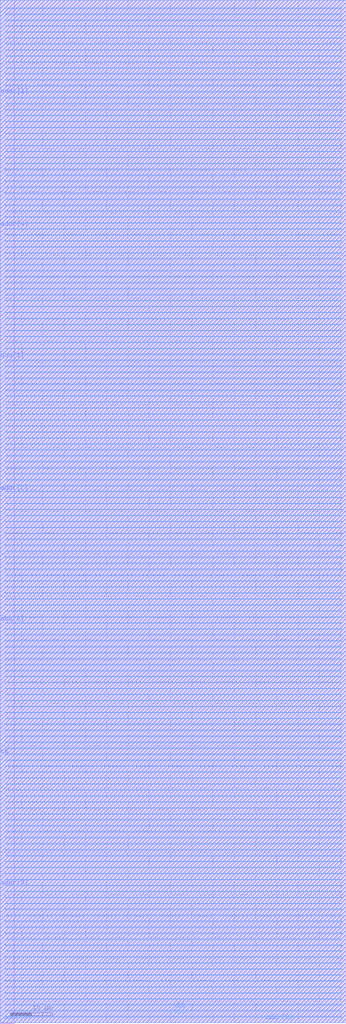
<source format=lef>
VERSION 5.8 ;
BUSBITCHARS "[]" ;
DIVIDERCHAR "/" ;
UNITS
    DATABASE MICRONS 2000 ;
END UNITS

MACRO macro_11x2
  FOREIGN macro_11x2 0 0 ;
  CLASS BLOCK ;
  SIZE 81.285 BY 239.85 ;
  PIN VSS
    USE GROUND ;
    DIRECTION INOUT ;
    PORT
      LAYER metal4 ;
        RECT  1.14 236.515 80.18 236.685 ;
        RECT  1.14 233.715 80.18 233.885 ;
        RECT  1.14 230.915 80.18 231.085 ;
        RECT  1.14 228.115 80.18 228.285 ;
        RECT  1.14 225.315 80.18 225.485 ;
        RECT  1.14 222.515 80.18 222.685 ;
        RECT  1.14 219.715 80.18 219.885 ;
        RECT  1.14 216.915 80.18 217.085 ;
        RECT  1.14 214.115 80.18 214.285 ;
        RECT  1.14 211.315 80.18 211.485 ;
        RECT  1.14 208.515 80.18 208.685 ;
        RECT  1.14 205.715 80.18 205.885 ;
        RECT  1.14 202.915 80.18 203.085 ;
        RECT  1.14 200.115 80.18 200.285 ;
        RECT  1.14 197.315 80.18 197.485 ;
        RECT  1.14 194.515 80.18 194.685 ;
        RECT  1.14 191.715 80.18 191.885 ;
        RECT  1.14 188.915 80.18 189.085 ;
        RECT  1.14 186.115 80.18 186.285 ;
        RECT  1.14 183.315 80.18 183.485 ;
        RECT  1.14 180.515 80.18 180.685 ;
        RECT  1.14 177.715 80.18 177.885 ;
        RECT  1.14 174.915 80.18 175.085 ;
        RECT  1.14 172.115 80.18 172.285 ;
        RECT  1.14 169.315 80.18 169.485 ;
        RECT  1.14 166.515 80.18 166.685 ;
        RECT  1.14 163.715 80.18 163.885 ;
        RECT  1.14 160.915 80.18 161.085 ;
        RECT  1.14 158.115 80.18 158.285 ;
        RECT  1.14 155.315 80.18 155.485 ;
        RECT  1.14 152.515 80.18 152.685 ;
        RECT  1.14 149.715 80.18 149.885 ;
        RECT  1.14 146.915 80.18 147.085 ;
        RECT  1.14 144.115 80.18 144.285 ;
        RECT  1.14 141.315 80.18 141.485 ;
        RECT  1.14 138.515 80.18 138.685 ;
        RECT  1.14 135.715 80.18 135.885 ;
        RECT  1.14 132.915 80.18 133.085 ;
        RECT  1.14 130.115 80.18 130.285 ;
        RECT  1.14 127.315 80.18 127.485 ;
        RECT  1.14 124.515 80.18 124.685 ;
        RECT  1.14 121.715 80.18 121.885 ;
        RECT  1.14 118.915 80.18 119.085 ;
        RECT  1.14 116.115 80.18 116.285 ;
        RECT  1.14 113.315 80.18 113.485 ;
        RECT  1.14 110.515 80.18 110.685 ;
        RECT  1.14 107.715 80.18 107.885 ;
        RECT  1.14 104.915 80.18 105.085 ;
        RECT  1.14 102.115 80.18 102.285 ;
        RECT  1.14 99.315 80.18 99.485 ;
        RECT  1.14 96.515 80.18 96.685 ;
        RECT  1.14 93.715 80.18 93.885 ;
        RECT  1.14 90.915 80.18 91.085 ;
        RECT  1.14 88.115 80.18 88.285 ;
        RECT  1.14 85.315 80.18 85.485 ;
        RECT  1.14 82.515 80.18 82.685 ;
        RECT  1.14 79.715 80.18 79.885 ;
        RECT  1.14 76.915 80.18 77.085 ;
        RECT  1.14 74.115 80.18 74.285 ;
        RECT  1.14 71.315 80.18 71.485 ;
        RECT  1.14 68.515 80.18 68.685 ;
        RECT  1.14 65.715 80.18 65.885 ;
        RECT  1.14 62.915 80.18 63.085 ;
        RECT  1.14 60.115 80.18 60.285 ;
        RECT  1.14 57.315 80.18 57.485 ;
        RECT  1.14 54.515 80.18 54.685 ;
        RECT  1.14 51.715 80.18 51.885 ;
        RECT  1.14 48.915 80.18 49.085 ;
        RECT  1.14 46.115 80.18 46.285 ;
        RECT  1.14 43.315 80.18 43.485 ;
        RECT  1.14 40.515 80.18 40.685 ;
        RECT  1.14 37.715 80.18 37.885 ;
        RECT  1.14 34.915 80.18 35.085 ;
        RECT  1.14 32.115 80.18 32.285 ;
        RECT  1.14 29.315 80.18 29.485 ;
        RECT  1.14 26.515 80.18 26.685 ;
        RECT  1.14 23.715 80.18 23.885 ;
        RECT  1.14 20.915 80.18 21.085 ;
        RECT  1.14 18.115 80.18 18.285 ;
        RECT  1.14 15.315 80.18 15.485 ;
        RECT  1.14 12.515 80.18 12.685 ;
        RECT  1.14 9.715 80.18 9.885 ;
        RECT  1.14 6.915 80.18 7.085 ;
        RECT  1.14 4.115 80.18 4.285 ;
        RECT  1.14 1.315 80.18 1.485 ;
    END
  END VSS
  PIN VDD
    USE POWER ;
    DIRECTION INOUT ;
    PORT
      LAYER metal4 ;
        RECT  1.14 237.915 80.18 238.085 ;
        RECT  1.14 235.115 80.18 235.285 ;
        RECT  1.14 232.315 80.18 232.485 ;
        RECT  1.14 229.515 80.18 229.685 ;
        RECT  1.14 226.715 80.18 226.885 ;
        RECT  1.14 223.915 80.18 224.085 ;
        RECT  1.14 221.115 80.18 221.285 ;
        RECT  1.14 218.315 80.18 218.485 ;
        RECT  1.14 215.515 80.18 215.685 ;
        RECT  1.14 212.715 80.18 212.885 ;
        RECT  1.14 209.915 80.18 210.085 ;
        RECT  1.14 207.115 80.18 207.285 ;
        RECT  1.14 204.315 80.18 204.485 ;
        RECT  1.14 201.515 80.18 201.685 ;
        RECT  1.14 198.715 80.18 198.885 ;
        RECT  1.14 195.915 80.18 196.085 ;
        RECT  1.14 193.115 80.18 193.285 ;
        RECT  1.14 190.315 80.18 190.485 ;
        RECT  1.14 187.515 80.18 187.685 ;
        RECT  1.14 184.715 80.18 184.885 ;
        RECT  1.14 181.915 80.18 182.085 ;
        RECT  1.14 179.115 80.18 179.285 ;
        RECT  1.14 176.315 80.18 176.485 ;
        RECT  1.14 173.515 80.18 173.685 ;
        RECT  1.14 170.715 80.18 170.885 ;
        RECT  1.14 167.915 80.18 168.085 ;
        RECT  1.14 165.115 80.18 165.285 ;
        RECT  1.14 162.315 80.18 162.485 ;
        RECT  1.14 159.515 80.18 159.685 ;
        RECT  1.14 156.715 80.18 156.885 ;
        RECT  1.14 153.915 80.18 154.085 ;
        RECT  1.14 151.115 80.18 151.285 ;
        RECT  1.14 148.315 80.18 148.485 ;
        RECT  1.14 145.515 80.18 145.685 ;
        RECT  1.14 142.715 80.18 142.885 ;
        RECT  1.14 139.915 80.18 140.085 ;
        RECT  1.14 137.115 80.18 137.285 ;
        RECT  1.14 134.315 80.18 134.485 ;
        RECT  1.14 131.515 80.18 131.685 ;
        RECT  1.14 128.715 80.18 128.885 ;
        RECT  1.14 125.915 80.18 126.085 ;
        RECT  1.14 123.115 80.18 123.285 ;
        RECT  1.14 120.315 80.18 120.485 ;
        RECT  1.14 117.515 80.18 117.685 ;
        RECT  1.14 114.715 80.18 114.885 ;
        RECT  1.14 111.915 80.18 112.085 ;
        RECT  1.14 109.115 80.18 109.285 ;
        RECT  1.14 106.315 80.18 106.485 ;
        RECT  1.14 103.515 80.18 103.685 ;
        RECT  1.14 100.715 80.18 100.885 ;
        RECT  1.14 97.915 80.18 98.085 ;
        RECT  1.14 95.115 80.18 95.285 ;
        RECT  1.14 92.315 80.18 92.485 ;
        RECT  1.14 89.515 80.18 89.685 ;
        RECT  1.14 86.715 80.18 86.885 ;
        RECT  1.14 83.915 80.18 84.085 ;
        RECT  1.14 81.115 80.18 81.285 ;
        RECT  1.14 78.315 80.18 78.485 ;
        RECT  1.14 75.515 80.18 75.685 ;
        RECT  1.14 72.715 80.18 72.885 ;
        RECT  1.14 69.915 80.18 70.085 ;
        RECT  1.14 67.115 80.18 67.285 ;
        RECT  1.14 64.315 80.18 64.485 ;
        RECT  1.14 61.515 80.18 61.685 ;
        RECT  1.14 58.715 80.18 58.885 ;
        RECT  1.14 55.915 80.18 56.085 ;
        RECT  1.14 53.115 80.18 53.285 ;
        RECT  1.14 50.315 80.18 50.485 ;
        RECT  1.14 47.515 80.18 47.685 ;
        RECT  1.14 44.715 80.18 44.885 ;
        RECT  1.14 41.915 80.18 42.085 ;
        RECT  1.14 39.115 80.18 39.285 ;
        RECT  1.14 36.315 80.18 36.485 ;
        RECT  1.14 33.515 80.18 33.685 ;
        RECT  1.14 30.715 80.18 30.885 ;
        RECT  1.14 27.915 80.18 28.085 ;
        RECT  1.14 25.115 80.18 25.285 ;
        RECT  1.14 22.315 80.18 22.485 ;
        RECT  1.14 19.515 80.18 19.685 ;
        RECT  1.14 16.715 80.18 16.885 ;
        RECT  1.14 13.915 80.18 14.085 ;
        RECT  1.14 11.115 80.18 11.285 ;
        RECT  1.14 8.315 80.18 8.485 ;
        RECT  1.14 5.515 80.18 5.685 ;
        RECT  1.14 2.715 80.18 2.885 ;
    END
  END VDD
  PIN addr[0]
    DIRECTION INPUT ;
    USE SIGNAL ;
    PORT
      LAYER metal3 ;
        RECT  81.215 115.395 81.285 115.465 ;
    END
  END addr[0]
  PIN addr[10]
    DIRECTION INPUT ;
    USE SIGNAL ;
    PORT
      LAYER metal3 ;
        RECT  81.215 208.075 81.285 208.145 ;
    END
  END addr[10]
  PIN addr[1]
    DIRECTION INPUT ;
    USE SIGNAL ;
    PORT
      LAYER metal3 ;
        RECT  0 217.315 0.07 217.385 ;
    END
  END addr[1]
  PIN addr[2]
    DIRECTION INPUT ;
    USE SIGNAL ;
    PORT
      LAYER metal3 ;
        RECT  81.215 53.515 81.285 53.585 ;
    END
  END addr[2]
  PIN addr[3]
    DIRECTION INPUT ;
    USE SIGNAL ;
    PORT
      LAYER metal3 ;
        RECT  0 124.355 0.07 124.425 ;
    END
  END addr[3]
  PIN addr[4]
    DIRECTION INPUT ;
    USE SIGNAL ;
    PORT
      LAYER metal3 ;
        RECT  0 186.235 0.07 186.305 ;
    END
  END addr[4]
  PIN addr[5]
    DIRECTION INPUT ;
    USE SIGNAL ;
    PORT
      LAYER metal4 ;
        RECT  0.585 0 0.725 0.14 ;
    END
  END addr[5]
  PIN addr[6]
    DIRECTION INPUT ;
    USE SIGNAL ;
    PORT
      LAYER metal4 ;
        RECT  80.105 239.71 80.245 239.85 ;
    END
  END addr[6]
  PIN addr[7]
    DIRECTION INPUT ;
    USE SIGNAL ;
    PORT
      LAYER metal3 ;
        RECT  81.215 84.315 81.285 84.385 ;
    END
  END addr[7]
  PIN addr[8]
    DIRECTION INPUT ;
    USE SIGNAL ;
    PORT
      LAYER metal4 ;
        RECT  62.185 0 62.325 0.14 ;
    END
  END addr[8]
  PIN addr[9]
    DIRECTION INPUT ;
    USE SIGNAL ;
    PORT
      LAYER metal3 ;
        RECT  0 31.675 0.07 31.745 ;
    END
  END addr[9]
  PIN clk
    DIRECTION INPUT ;
    USE SIGNAL ;
    PORT
      LAYER metal3 ;
        RECT  81.215 177.275 81.285 177.345 ;
    END
  END clk
  PIN cs
    DIRECTION INPUT ;
    USE SIGNAL ;
    PORT
      LAYER metal3 ;
        RECT  0 62.475 0.07 62.545 ;
    END
  END cs
  PIN di[0]
    DIRECTION INPUT ;
    USE SIGNAL ;
    PORT
      LAYER metal4 ;
        RECT  18.505 239.71 18.645 239.85 ;
    END
  END di[0]
  PIN di[1]
    DIRECTION INPUT ;
    USE SIGNAL ;
    PORT
      LAYER metal3 ;
        RECT  81.215 22.435 81.285 22.505 ;
    END
  END di[1]
  PIN doq[0]
    DIRECTION OUTPUT ;
    USE SIGNAL ;
    PORT
      LAYER metal3 ;
        RECT  0 93.555 0.07 93.625 ;
    END
  END doq[0]
  PIN doq[1]
    DIRECTION OUTPUT ;
    USE SIGNAL ;
    PORT
      LAYER metal3 ;
        RECT  0 155.435 0.07 155.505 ;
    END
  END doq[1]
  PIN we
    DIRECTION INPUT ;
    USE SIGNAL ;
    PORT
      LAYER metal3 ;
        RECT  81.215 146.195 81.285 146.265 ;
    END
  END we
  OBS
    LAYER metal1 ;
     RECT  0 -0.085 3.23 239.85 ;
     RECT  3.23 0 81.285 239.85 ;
    LAYER metal2 ;
     RECT  0 0 81.285 239.85 ;
    LAYER metal3 ;
     RECT  0 0 81.285 239.85 ;
    LAYER metal4 ;
     RECT  0 0 81.285 239.85 ;
  END
END macro_11x2
END LIBRARY

</source>
